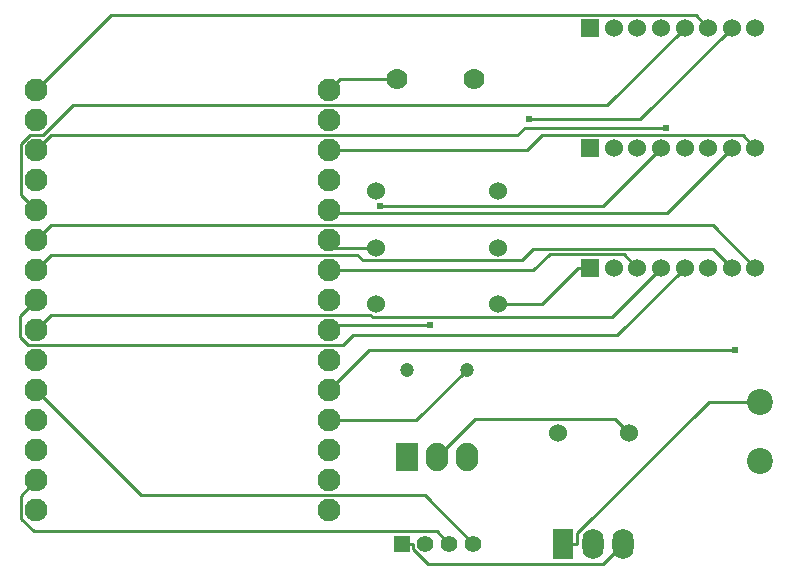
<source format=gtl>
G04 Layer: TopLayer*
G04 EasyEDA v6.5.37, 2024-05-09 17:42:45*
G04 b4389e9f867d4d858d6c44b43acf2c5f,de6e78b871f74d9a82e93d7738eb9b3f,10*
G04 Gerber Generator version 0.2*
G04 Scale: 100 percent, Rotated: No, Reflected: No *
G04 Dimensions in millimeters *
G04 leading zeros omitted , absolute positions ,4 integer and 5 decimal *
%FSLAX45Y45*%
%MOMM*%

%ADD10C,0.2540*%
%ADD11C,1.9304*%
%ADD12C,2.2000*%
%ADD13O,1.7999964X2.5999948*%
%ADD14R,1.8000X2.6000*%
%ADD15C,1.7780*%
%ADD16C,1.2000*%
%ADD17C,1.5240*%
%ADD18R,1.4000X1.4000*%
%ADD19C,1.4000*%
%ADD20R,1.5240X1.5240*%
%ADD21O,1.8999962X2.3999952*%
%ADD22R,1.9000X2.4000*%
%ADD23C,0.6100*%

%LPD*%
D10*
X3988005Y8627490D02*
G01*
X5873193Y8627490D01*
X6364302Y9118600D01*
X4470402Y6502400D02*
G01*
X4789604Y6821601D01*
X5975200Y6821601D01*
X6091201Y6705600D01*
X6991352Y7405928D02*
G01*
X3893720Y7405928D01*
X3550617Y7062825D01*
X1073609Y7824825D02*
G01*
X940285Y7691501D01*
X940285Y7511364D01*
X1007823Y7443825D01*
X3672334Y7443825D01*
X3759634Y7531125D01*
X5992827Y7531125D01*
X6564302Y8102600D01*
X6164303Y8102600D02*
G01*
X6048148Y8218754D01*
X5421149Y8218754D01*
X5281221Y8078825D01*
X3550617Y8078825D01*
X4132582Y9702800D02*
G01*
X3650592Y9702800D01*
X3550617Y9602825D01*
X4170403Y5765800D02*
G01*
X4268320Y5765800D01*
X4268320Y5765800D02*
G01*
X4268320Y5716854D01*
X4389122Y5596051D01*
X5875936Y5596051D01*
X6045202Y5765317D01*
X5537177Y5766307D02*
G01*
X5655083Y5766307D01*
X5655083Y5766307D02*
G01*
X5655083Y5854725D01*
X6768670Y6968312D01*
X7200902Y6968312D01*
X5764303Y8102600D02*
G01*
X5660189Y8102600D01*
X4985412Y7797800D02*
G01*
X5355389Y7797800D01*
X5660189Y8102600D01*
X6764301Y10134600D02*
G01*
X6660009Y10238892D01*
X1709676Y10238892D01*
X1073609Y9602825D01*
X6964301Y10134600D02*
G01*
X6187061Y9357360D01*
X5245737Y9357360D01*
X4406267Y7613446D02*
G01*
X3593238Y7613446D01*
X3550617Y7570825D01*
X4724402Y7239000D02*
G01*
X4294228Y6808825D01*
X3550617Y6808825D01*
X6964301Y8102600D02*
G01*
X6807354Y8259546D01*
X5281907Y8259546D01*
X5185768Y8163407D01*
X3838729Y8163407D01*
X3793924Y8208213D01*
X1202997Y8208213D01*
X1073609Y8078825D01*
X3550617Y8586825D02*
G01*
X3568524Y8568918D01*
X6414620Y8568918D01*
X6964301Y9118600D01*
X7164301Y8102600D02*
G01*
X6804687Y8462213D01*
X1202997Y8462213D01*
X1073609Y8332825D01*
X6364302Y8102600D02*
G01*
X5946777Y7685074D01*
X3920644Y7685074D01*
X3907894Y7697825D01*
X1200609Y7697825D01*
X1073609Y7570825D01*
X4570402Y5765800D02*
G01*
X4465500Y5870702D01*
X1052273Y5870702D01*
X944222Y5978753D01*
X944222Y6171437D01*
X1073609Y6300825D01*
X4770401Y5765800D02*
G01*
X4362376Y6173825D01*
X1962609Y6173825D01*
X1073609Y7062825D01*
X6564302Y10134600D02*
G01*
X5905527Y9475825D01*
X1385724Y9475825D01*
X1132893Y9222994D01*
X1017932Y9222994D01*
X944222Y9149283D01*
X944222Y8716213D01*
X1073609Y8586825D01*
X3550617Y9094825D02*
G01*
X5227982Y9094825D01*
X5356202Y9223044D01*
X7059856Y9223044D01*
X7164301Y9118600D01*
X3955392Y8267700D02*
G01*
X3615743Y8267700D01*
X3550617Y8332825D01*
X1073609Y9094825D02*
G01*
X1200609Y9221825D01*
X5144518Y9221825D01*
X5209212Y9286519D01*
X6403748Y9286519D01*
D11*
G01*
X1073607Y9602825D03*
G01*
X1073607Y9348825D03*
G01*
X1073607Y9094825D03*
G01*
X1073607Y8840825D03*
G01*
X1073607Y8586825D03*
G01*
X1073607Y8332825D03*
G01*
X1073607Y8078825D03*
G01*
X1073607Y7824825D03*
G01*
X1073607Y7570825D03*
G01*
X1073607Y7316825D03*
G01*
X1073607Y7062825D03*
G01*
X1073607Y6808825D03*
G01*
X1073607Y6554825D03*
G01*
X1073607Y6300825D03*
G01*
X1073607Y6046825D03*
G01*
X3550615Y6046825D03*
G01*
X3550615Y6300825D03*
G01*
X3550615Y6554825D03*
G01*
X3550615Y6808825D03*
G01*
X3550615Y7062825D03*
G01*
X3550615Y7316825D03*
G01*
X3550615Y7570825D03*
G01*
X3550615Y7824825D03*
G01*
X3550615Y8078825D03*
G01*
X3550615Y8332825D03*
G01*
X3550615Y8586825D03*
G01*
X3550615Y8840825D03*
G01*
X3550615Y9094825D03*
G01*
X3550615Y9348825D03*
G01*
X3550615Y9602825D03*
D12*
G01*
X7200900Y6468287D03*
G01*
X7200900Y6968286D03*
D13*
G01*
X5791200Y5766282D03*
G01*
X6045225Y5765292D03*
D14*
G01*
X5537200Y5766307D03*
D15*
G01*
X4132579Y9702800D03*
G01*
X4782820Y9702800D03*
D16*
G01*
X4216400Y7239000D03*
G01*
X4724400Y7239000D03*
D17*
G01*
X5491200Y6705600D03*
G01*
X6091199Y6705600D03*
D18*
G01*
X4170400Y5765800D03*
D19*
G01*
X4370400Y5765800D03*
G01*
X4570399Y5765800D03*
G01*
X4770399Y5765800D03*
D17*
G01*
X7164298Y10134600D03*
G01*
X6964299Y10134600D03*
G01*
X6764299Y10134600D03*
G01*
X6564299Y10134600D03*
G01*
X6364300Y10134600D03*
G01*
X6164300Y10134600D03*
G01*
X5964300Y10134600D03*
D20*
G01*
X5764301Y10134600D03*
D17*
G01*
X7164298Y9118600D03*
G01*
X6964299Y9118600D03*
G01*
X6764299Y9118600D03*
G01*
X6564299Y9118600D03*
G01*
X6364300Y9118600D03*
G01*
X6164300Y9118600D03*
G01*
X5964300Y9118600D03*
D20*
G01*
X5764301Y9118600D03*
D17*
G01*
X7164298Y8102600D03*
G01*
X6964299Y8102600D03*
G01*
X6764299Y8102600D03*
G01*
X6564299Y8102600D03*
G01*
X6364300Y8102600D03*
G01*
X6164300Y8102600D03*
G01*
X5964300Y8102600D03*
D20*
G01*
X5764301Y8102600D03*
D17*
G01*
X3955389Y8750300D03*
G01*
X4985410Y8750300D03*
G01*
X3955389Y8267700D03*
G01*
X4985410Y8267700D03*
G01*
X3955389Y7797800D03*
G01*
X4985410Y7797800D03*
D21*
G01*
X4470400Y6502374D03*
G01*
X4724400Y6502374D03*
D22*
G01*
X4216400Y6502400D03*
D23*
G01*
X3988003Y8627490D03*
G01*
X6991350Y7405928D03*
G01*
X4406265Y7613446D03*
G01*
X5245734Y9357360D03*
G01*
X6403746Y9286519D03*
M02*

</source>
